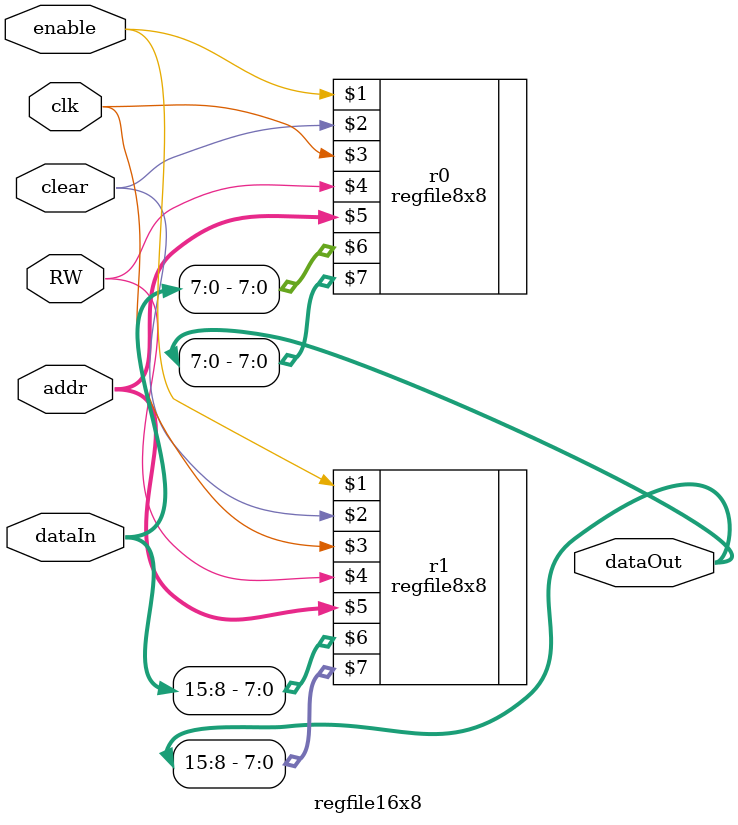
<source format=v>
module regfile16x8 (
input enable, clear, clk, RW,
input [2:0] addr,
input [15:0] dataIn,
output [15:0] dataOut
);

regfile8x8 r0(enable, clear, clk, RW, addr, dataIn[7:0], dataOut[7:0]);
regfile8x8 r1(enable, clear, clk, RW, addr, dataIn[15:8], dataOut[15:8]);

endmodule 
</source>
